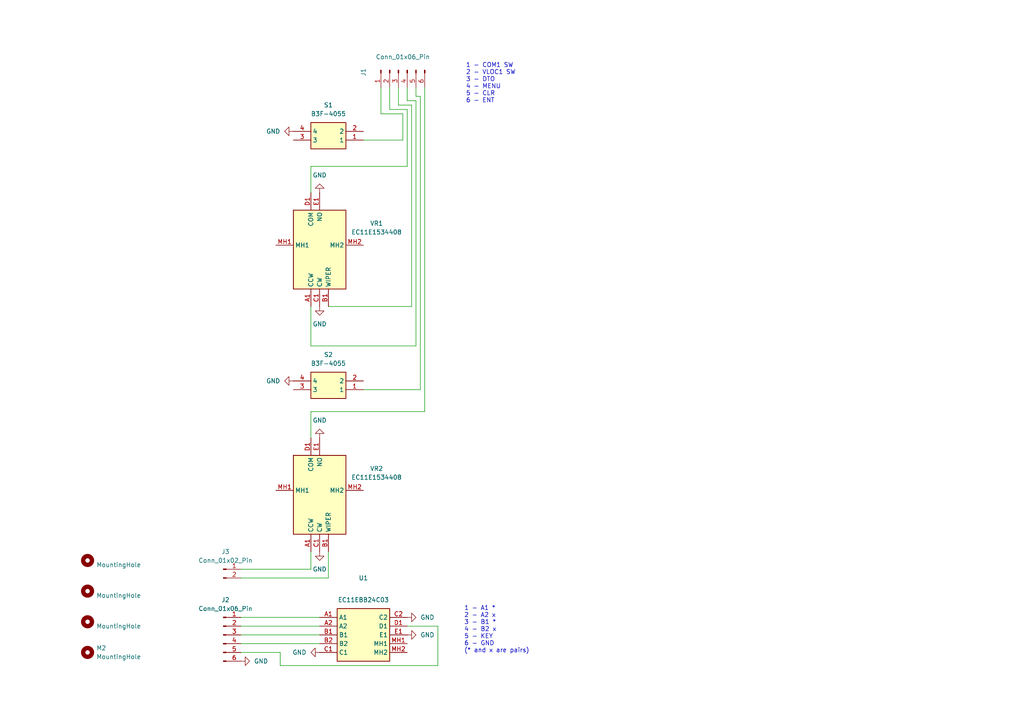
<source format=kicad_sch>
(kicad_sch (version 20231120) (generator "eeschema") (generator_version "8.0")
  (paper "A4")
  (title_block (title "GNS 530 LEFT PLATE"))
  (lib_symbols
    (symbol "Connector:Conn_01x02_Pin" (pin_names (offset 1.016) hide)
      (property "Reference" "J" (at 0 2.54 0))
      (property "Value" "Conn_01x02_Pin" (at 0 -5.08 0))
      (symbol "Conn_01x02_Pin_1_1"
        (polyline (pts (xy 1.27 -2.54) (xy 0.8636 -2.54)) (stroke (width 0.1524)))
        (polyline (pts (xy 1.27 0) (xy 0.8636 0)) (stroke (width 0.1524)))
        (rectangle (start 0.8636 -2.413) (end 0 -2.667) (stroke (width 0.1524)) (fill (type outline)))
        (rectangle (start 0.8636 0.127) (end 0 -0.127) (stroke (width 0.1524)) (fill (type outline)))
        (pin passive line (at 5.08 0 180) (length 3.81) (name "Pin_1") (number "1"))
        (pin passive line (at 5.08 -2.54 180) (length 3.81) (name "Pin_2") (number "2"))
      )
    )
    (symbol "Connector:Conn_01x06_Pin" (pin_names (offset 1.016) hide)
      (property "Reference" "J" (at 0 7.62 0))
      (property "Value" "Conn_01x06_Pin" (at 0 -10.16 0))
      (symbol "Conn_01x06_Pin_1_1"
        (polyline (pts (xy 1.27 -7.62) (xy 0.8636 -7.62)) (stroke (width 0.1524)))
        (polyline (pts (xy 1.27 -5.08) (xy 0.8636 -5.08)) (stroke (width 0.1524)))
        (polyline (pts (xy 1.27 -2.54) (xy 0.8636 -2.54)) (stroke (width 0.1524)))
        (polyline (pts (xy 1.27 0) (xy 0.8636 0)) (stroke (width 0.1524)))
        (polyline (pts (xy 1.27 2.54) (xy 0.8636 2.54)) (stroke (width 0.1524)))
        (polyline (pts (xy 1.27 5.08) (xy 0.8636 5.08)) (stroke (width 0.1524)))
        (rectangle (start 0.8636 -7.493) (end 0 -7.747) (stroke (width 0.1524)) (fill (type outline)))
        (rectangle (start 0.8636 -4.953) (end 0 -5.207) (stroke (width 0.1524)) (fill (type outline)))
        (rectangle (start 0.8636 -2.413) (end 0 -2.667) (stroke (width 0.1524)) (fill (type outline)))
        (rectangle (start 0.8636 0.127) (end 0 -0.127) (stroke (width 0.1524)) (fill (type outline)))
        (rectangle (start 0.8636 2.667) (end 0 2.413) (stroke (width 0.1524)) (fill (type outline)))
        (rectangle (start 0.8636 5.207) (end 0 4.953) (stroke (width 0.1524)) (fill (type outline)))
        (pin passive line (at 5.08 5.08 180) (length 3.81) (name "Pin_1") (number "1"))
        (pin passive line (at 5.08 2.54 180) (length 3.81) (name "Pin_2") (number "2"))
        (pin passive line (at 5.08 0 180) (length 3.81) (name "Pin_3") (number "3"))
        (pin passive line (at 5.08 -2.54 180) (length 3.81) (name "Pin_4") (number "4"))
        (pin passive line (at 5.08 -5.08 180) (length 3.81) (name "Pin_5") (number "5"))
        (pin passive line (at 5.08 -7.62 180) (length 3.81) (name "Pin_6") (number "6"))
      )
    )
    (symbol "Device:EC11E1534408"
      (property "Reference" "VR" (at 21.59 15.24 0))
      (property "Value" "EC11E1534408" (at 21.59 12.7 0))
      (symbol "EC11E1534408_1_1"
        (rectangle (start 5.08 10.16) (end 20.32 -12.7) (stroke (width 0.254)) (fill (type background)))
        (pin passive line (at 10.16 -17.78 90) (length 5.08) (name "CCW") (number "A1"))
        (pin passive line (at 15.24 -17.78 90) (length 5.08) (name "WIPER") (number "B1"))
        (pin passive line (at 12.7 -17.78 90) (length 5.08) (name "CW") (number "C1"))
        (pin passive line (at 10.16 15.24 270) (length 5.08) (name "COM") (number "D1"))
        (pin passive line (at 12.7 15.24 270) (length 5.08) (name "NO") (number "E1"))
        (pin passive line (at 0 0 0) (length 5.08) (name "MH1") (number "MH1"))
        (pin passive line (at 25.4 0 180) (length 5.08) (name "MH2") (number "MH2"))
      )
    )
    (symbol "Device:EC11EBB24C03"
      (property "Reference" "U" (at 21.59 7.62 0))
      (property "Value" "EC11EBB24C03" (at 21.59 5.08 0))
      (symbol "EC11EBB24C03_1_1"
        (rectangle (start 5.08 2.54) (end 20.32 -12.7) (stroke (width 0.254)) (fill (type background)))
        (pin passive line (at 0 0 0) (length 5.08) (name "A1") (number "A1"))
        (pin passive line (at 0 -2.54 0) (length 5.08) (name "A2") (number "A2"))
        (pin passive line (at 0 -5.08 0) (length 5.08) (name "B1") (number "B1"))
        (pin passive line (at 0 -7.62 0) (length 5.08) (name "B2") (number "B2"))
        (pin passive line (at 0 -10.16 0) (length 5.08) (name "C1") (number "C1"))
        (pin passive line (at 25.4 0 180) (length 5.08) (name "C2") (number "C2"))
        (pin passive line (at 25.4 -2.54 180) (length 5.08) (name "D1") (number "D1"))
        (pin passive line (at 25.4 -5.08 180) (length 5.08) (name "E1") (number "E1"))
        (pin passive line (at 25.4 -7.62 180) (length 5.08) (name "MH1") (number "MH1"))
        (pin passive line (at 25.4 -10.16 180) (length 5.08) (name "MH2") (number "MH2"))
      )
    )
    (symbol "Mechanical:MountingHole" (pin_names (offset 1.016)) (exclude_from_sim yes) (in_bom no)
      (property "Reference" "H" (at 0 5.08 0))
      (property "Value" "MountingHole" (at 0 3.175 0))
      (symbol "MountingHole_0_1"
        (circle (center 0 0) (radius 1.27) (stroke (width 1.27)))
      )
    )
    (symbol "Switch:B3F-4055_SWITCH"
      (property "Reference" "S" (at 16.51 7.62 0))
      (property "Value" "B3F-4055" (at 16.51 5.08 0))
      (symbol "B3F-4055_SWITCH_1_1"
        (rectangle (start 5.08 2.54) (end 15.24 -5.08) (stroke (width 0.254)) (fill (type background)))
        (pin passive line (at 20.32 -2.54 180) (length 5.08) (name "1") (number "1"))
        (pin passive line (at 20.32 0 180) (length 5.08) (name "2") (number "2"))
        (pin passive line (at 0 -2.54 0) (length 5.08) (name "3") (number "3"))
        (pin passive line (at 0 0 0) (length 5.08) (name "4") (number "4"))
      )
    )
    (symbol "power:GND" (power) (pin_numbers hide) (pin_names (offset 0) hide)
      (property "Value" "GND" (at 0 -3.81 0))
      (symbol "GND_0_1"
        (polyline (pts (xy 0 0) (xy 0 -1.27) (xy 1.27 -1.27) (xy 0 -2.54) (xy -1.27 -1.27) (xy 0 -1.27)))
      )
      (symbol "GND_1_1"
        (pin power_in line (at 0 0 270) (length 0) (name "~") (number "1"))
      )
    )
  )
  (wire (pts (xy 121.92 27.94) (xy 121.92 113.03)))
  (wire (pts (xy 120.65 29.21) (xy 118.11 29.21)))
  (wire (pts (xy 116.84 40.64) (xy 116.84 33.02)))
  (wire (pts (xy 120.65 25.4) (xy 120.65 27.94)))
  (wire (pts (xy 115.57 25.4) (xy 115.57 30.48)))
  (wire (pts (xy 119.38 30.48) (xy 119.38 88.9)))
  (wire (pts (xy 90.17 165.1) (xy 90.17 160.02)))
  (wire (pts (xy 116.84 33.02) (xy 110.49 33.02)))
  (wire (pts (xy 105.41 40.64) (xy 116.84 40.64)))
  (wire (pts (xy 69.85 186.69) (xy 92.71 186.69)))
  (wire (pts (xy 90.17 165.1) (xy 69.85 165.1)))
  (wire (pts (xy 113.03 25.4) (xy 113.03 31.75)))
  (wire (pts (xy 69.85 179.07) (xy 92.71 179.07)))
  (wire (pts (xy 90.17 88.9) (xy 90.17 100.33)))
  (wire (pts (xy 123.19 25.4) (xy 123.19 119.38)))
  (wire (pts (xy 118.11 25.4) (xy 118.11 29.21)))
  (wire (pts (xy 90.17 48.26) (xy 118.11 48.26)))
  (wire (pts (xy 90.17 119.38) (xy 90.17 127)))
  (wire (pts (xy 95.25 160.02) (xy 95.25 167.64)))
  (wire (pts (xy 90.17 48.26) (xy 90.17 55.88)))
  (wire (pts (xy 90.17 100.33) (xy 120.65 100.33)))
  (wire (pts (xy 127 181.61) (xy 127 193.04)))
  (wire (pts (xy 69.85 184.15) (xy 92.71 184.15)))
  (wire (pts (xy 118.11 181.61) (xy 127 181.61)))
  (wire (pts (xy 69.85 189.23) (xy 81.28 189.23)))
  (wire (pts (xy 120.65 29.21) (xy 120.65 100.33)))
  (wire (pts (xy 119.38 30.48) (xy 115.57 30.48)))
  (wire (pts (xy 118.11 31.75) (xy 113.03 31.75)))
  (wire (pts (xy 90.17 119.38) (xy 123.19 119.38)))
  (wire (pts (xy 127 193.04) (xy 81.28 193.04)))
  (wire (pts (xy 69.85 181.61) (xy 92.71 181.61)))
  (wire (pts (xy 105.41 113.03) (xy 121.92 113.03)))
  (wire (pts (xy 81.28 193.04) (xy 81.28 189.23)))
  (wire (pts (xy 118.11 31.75) (xy 118.11 48.26)))
  (wire (pts (xy 121.92 27.94) (xy 120.65 27.94)))
  (wire (pts (xy 119.38 88.9) (xy 95.25 88.9)))
  (wire (pts (xy 110.49 25.4) (xy 110.49 33.02)))
  (wire (pts (xy 69.85 167.64) (xy 95.25 167.64)))
  (text "1 - A1 *\n2 - A2 x\n3 - B1 *\n4 - B2 x\n5 - KEY\n6 - GND\n(* and x are pairs)" (at 134.62 182.626 0) (effects (font (size 1.27 1.27)) (justify left)))
  (text "1 - COM1 SW\n2 - VLOC1 SW\n3 - DTO\n4 - MENU\n5 - CLR\n6 - ENT" (at 135.128 24.13 0) (effects (font (size 1.27 1.27)) (justify left)))
  (symbol (lib_id "power:GND") (at 69.85 191.77 90) (unit 1)
    (property "Reference" "#PWR03" (effects (hide yes)))
    (property "Value" "GND" (at 73.66 191.7699 90) (effects (justify right)))
    (property "Description" "Power symbol creates a global label with name \"GND\" , ground" (effects (hide yes)))
  )
  (symbol (lib_id "power:GND") (at 92.71 55.88 180) (unit 1)
    (property "Reference" "#PWR05" (effects (hide yes)))
    (property "Value" "GND" (at 92.71 50.8 0))
    (property "Description" "Power symbol creates a global label with name \"GND\" , ground" (effects (hide yes)))
  )
  (symbol (lib_id "power:GND") (at 92.71 88.9 0) (unit 1)
    (property "Reference" "#PWR07" (effects (hide yes)))
    (property "Value" "GND" (at 92.71 93.98 0))
    (property "Description" "Power symbol creates a global label with name \"GND\" , ground" (effects (hide yes)))
  )
  (symbol (lib_id "Mechanical:MountingHole") (at 25.4 180.34 0) (unit 1) (exclude_from_sim yes) (in_bom no)
    (property "Reference" "H2" (effects (hide yes)))
    (property "Value" "MountingHole" (at 27.94 181.6099 0) (effects (justify left)))
    (property "Footprint" "MountingHole:MountingHole_2.2mm_M2" (effects (hide yes)))
    (property "Description" "Mounting Hole without connection" (effects (hide yes)))
  )
  (symbol (lib_id "Connector:Conn_01x02_Pin") (at 64.77 165.1 0) (unit 1)
    (property "Reference" "J3" (at 65.405 160.02 0))
    (property "Value" "Conn_01x02_Pin" (at 65.405 162.56 0))
    (property "Footprint" "Connector_PinHeader_2.00mm:PinHeader_1x02_P2.00mm_Vertical" (effects (hide yes)))
    (property "Description" "Generic connector, single row, 01x02, script generated" (effects (hide yes)))
  )
  (symbol (lib_id "power:GND") (at 92.71 127 180) (unit 1)
    (property "Reference" "#PWR06" (effects (hide yes)))
    (property "Value" "GND" (at 92.71 121.92 0))
    (property "Description" "Power symbol creates a global label with name \"GND\" , ground" (effects (hide yes)))
  )
  (symbol (lib_id "Mechanical:MountingHole") (at 25.4 171.45 0) (unit 1) (exclude_from_sim yes) (in_bom no)
    (property "Reference" "H3" (effects (hide yes)))
    (property "Value" "MountingHole" (at 27.94 172.7199 0) (effects (justify left)))
    (property "Footprint" "MountingHole:MountingHole_2.2mm_M2" (effects (hide yes)))
    (property "Description" "Mounting Hole without connection" (effects (hide yes)))
  )
  (symbol (lib_id "power:GND") (at 92.71 189.23 270) (unit 1)
    (property "Reference" "#PWR02" (effects (hide yes)))
    (property "Value" "GND" (at 88.9 189.2299 90) (effects (justify right)))
    (property "Description" "Power symbol creates a global label with name \"GND\" , ground" (effects (hide yes)))
  )
  (symbol (lib_id "Device:EC11E1534408") (at 80.01 142.24 0) (unit 1)
    (property "Reference" "VR2" (at 109.22 135.9214 0))
    (property "Value" "EC11E1534408" (at 109.22 138.4614 0))
    (property "Footprint" "EC11E1534408" (effects (hide yes)))
    (property "Datasheet" "https://datasheet.lcsc.com/szlcsc/ALPS-Electric-EC11E1534408_C278348.pdf" (effects (hide yes)))
    (property "Description" "Mechanical Encoder Rotary Incremental Flat 0.007N.m Straight Quadrature Digital Square Wave 15PPR Through Hole PC Pin Automotive" (effects (hide yes)))
    (property "Height" "24.5" (effects (hide yes)))
    (property "Manufacturer_Name" "ALPS Electric" (effects (hide yes)))
    (property "Manufacturer_Part_Number" "EC11E1534408" (effects (hide yes)))
    (property "Mouser Part Number" "688-EC11E1534408" (effects (hide yes)))
    (property "Mouser Price/Stock" "https://www.mouser.co.uk/ProductDetail/Alps-Alpine/EC11E1534408?qs=PoKhxlfUXjJk5yy1jIb28A%3D%3D" (effects (hide yes)))
  )
  (symbol (lib_id "Connector:Conn_01x06_Pin") (at 64.77 184.15 0) (unit 1)
    (property "Reference" "J2" (at 65.405 173.99 0))
    (property "Value" "Conn_01x06_Pin" (at 65.405 176.53 0))
    (property "Footprint" "Connector_PinSocket_2.00mm:PinSocket_1x06_P2.00mm_Vertical" (effects (hide yes)))
    (property "Description" "Generic connector, single row, 01x06, script generated" (effects (hide yes)))
  )
  (symbol (lib_id "power:GND") (at 85.09 110.49 270) (unit 1)
    (property "Reference" "#PWR09" (effects (hide yes)))
    (property "Value" "GND" (at 81.28 110.4899 90) (effects (justify right)))
    (property "Description" "Power symbol creates a global label with name \"GND\" , ground" (effects (hide yes)))
  )
  (symbol (lib_id "Mechanical:MountingHole") (at 25.4 189.23 0) (unit 1) (exclude_from_sim yes) (in_bom no)
    (property "Reference" "M2" (at 27.94 187.9599 0) (effects (justify left)))
    (property "Value" "MountingHole" (at 27.94 190.4999 0) (effects (justify left)))
    (property "Footprint" "MountingHole:MountingHole_2.2mm_M2" (effects (hide yes)))
    (property "Description" "Mounting Hole without connection" (effects (hide yes)))
  )
  (symbol (lib_id "Switch:B3F-4055_SWITCH") (at 85.09 38.1 0) (unit 1)
    (property "Reference" "S1" (at 95.25 30.48 0))
    (property "Value" "B3F-4055" (at 95.25 33.02 0))
    (property "Footprint" "Library:Omron-B3F-4055-switch" (effects (hide yes)))
    (property "Datasheet" "https://www.omron.com/ecb/products/pdf/en-b3f.pdf" (effects (hide yes)))
    (property "Description" "Yellow Plunger Tactile Switch, SPST-NO 0.05 A@ 24 V dc 3mm" (effects (hide yes)))
    (property "Manufacturer_Name" "Omron Electronics" (effects (hide yes)))
    (property "Manufacturer_Part_Number" "B3F-4055" (effects (hide yes)))
    (property "Mouser Part Number" "653-B3F-4055" (effects (hide yes)))
    (property "Mouser Price/Stock" "https://www.mouser.co.uk/ProductDetail/Omron-Electronics/B3F-4055?qs=B3tblJ0Nlt%2FdFVcSHGFuxQ%3D%3D" (effects (hide yes)))
    (property "Arrow Part Number" "B3F-4055" (effects (hide yes)))
    (property "Arrow Price/Stock" "https://www.arrow.com/en/products/b3f4055/omron" (effects (hide yes)))
  )
  (symbol (lib_id "power:GND") (at 118.11 179.07 90) (unit 1)
    (property "Reference" "#PWR01" (effects (hide yes)))
    (property "Value" "GND" (at 121.92 179.0699 90) (effects (justify right)))
    (property "Description" "Power symbol creates a global label with name \"GND\" , ground" (effects (hide yes)))
  )
  (symbol (lib_id "Connector:Conn_01x06_Pin") (at 115.57 20.32 90) (mirror x) (unit 1)
    (property "Reference" "J1" (at 105.41 20.955 0))
    (property "Value" "Conn_01x06_Pin" (at 116.84 16.51 90))
    (property "Footprint" "Connector_PinSocket_2.00mm:PinSocket_1x06_P2.00mm_Vertical" (effects (hide yes)))
    (property "Description" "Generic connector, single row, 01x06, script generated" (effects (hide yes)))
  )
  (symbol (lib_id "power:GND") (at 118.11 184.15 90) (unit 1)
    (property "Reference" "#PWR04" (effects (hide yes)))
    (property "Value" "GND" (at 121.92 184.1499 90) (effects (justify right)))
    (property "Description" "Power symbol creates a global label with name \"GND\" , ground" (effects (hide yes)))
  )
  (symbol (lib_id "power:GND") (at 85.09 38.1 270) (unit 1)
    (property "Reference" "#PWR010" (effects (hide yes)))
    (property "Value" "GND" (at 81.28 38.0999 90) (effects (justify right)))
    (property "Description" "Power symbol creates a global label with name \"GND\" , ground" (effects (hide yes)))
  )
  (symbol (lib_id "Switch:B3F-4055_SWITCH") (at 85.09 110.49 0) (unit 1)
    (property "Reference" "S2" (at 95.25 102.87 0))
    (property "Value" "B3F-4055" (at 95.25 105.41 0))
    (property "Footprint" "Library:Omron-B3F-4055-switch" (effects (hide yes)))
    (property "Datasheet" "https://www.omron.com/ecb/products/pdf/en-b3f.pdf" (effects (hide yes)))
    (property "Description" "Yellow Plunger Tactile Switch, SPST-NO 0.05 A@ 24 V dc 3mm" (effects (hide yes)))
    (property "Manufacturer_Name" "Omron Electronics" (effects (hide yes)))
    (property "Manufacturer_Part_Number" "B3F-4055" (effects (hide yes)))
    (property "Mouser Part Number" "653-B3F-4055" (effects (hide yes)))
    (property "Mouser Price/Stock" "https://www.mouser.co.uk/ProductDetail/Omron-Electronics/B3F-4055?qs=B3tblJ0Nlt%2FdFVcSHGFuxQ%3D%3D" (effects (hide yes)))
    (property "Arrow Part Number" "B3F-4055" (effects (hide yes)))
    (property "Arrow Price/Stock" "https://www.arrow.com/en/products/b3f4055/omron" (effects (hide yes)))
  )
  (symbol (lib_id "Device:EC11E1534408") (at 80.01 71.12 0) (unit 1)
    (property "Reference" "VR1" (at 109.22 64.8014 0))
    (property "Value" "EC11E1534408" (at 109.22 67.3414 0))
    (property "Footprint" "EC11E1534408" (effects (hide yes)))
    (property "Datasheet" "https://datasheet.lcsc.com/szlcsc/ALPS-Electric-EC11E1534408_C278348.pdf" (effects (hide yes)))
    (property "Description" "Mechanical Encoder Rotary Incremental Flat 0.007N.m Straight Quadrature Digital Square Wave 15PPR Through Hole PC Pin Automotive" (effects (hide yes)))
    (property "Height" "24.5" (effects (hide yes)))
    (property "Manufacturer_Name" "ALPS Electric" (effects (hide yes)))
    (property "Manufacturer_Part_Number" "EC11E1534408" (effects (hide yes)))
    (property "Mouser Part Number" "688-EC11E1534408" (effects (hide yes)))
    (property "Mouser Price/Stock" "https://www.mouser.co.uk/ProductDetail/Alps-Alpine/EC11E1534408?qs=PoKhxlfUXjJk5yy1jIb28A%3D%3D" (effects (hide yes)))
  )
  (symbol (lib_id "Device:EC11EBB24C03") (at 92.71 179.07 0) (unit 1)
    (property "Reference" "U1" (at 105.41 167.64 0))
    (property "Value" "EC11EBB24C03" (at 105.41 173.99 0))
    (property "Footprint" "EC11EBB24C03" (effects (hide yes)))
    (property "Datasheet" "https://componentsearchengine.com/Datasheets/2/EC11EBB24C03.pdf" (effects (hide yes)))
    (property "Description" "Alps 15 Pulse Incremental Mechanical Rotary Encoder with a 3.5 (Inner Shaft) mm, 6 (Outer Shaft) mm" (effects (hide yes)))
    (property "Height" "33" (effects (hide yes)))
    (property "Manufacturer_Name" "ALPS Electric" (effects (hide yes)))
    (property "Manufacturer_Part_Number" "EC11EBB24C03" (effects (hide yes)))
    (property "Mouser Part Number" "688-EC11EBB24C03" (effects (hide yes)))
    (property "Mouser Price/Stock" "https://www.mouser.co.uk/ProductDetail/Alps-Alpine/EC11EBB24C03?qs=m0BA540hBPc5hAJ6UyzIrA%3D%3D" (effects (hide yes)))
  )
  (symbol (lib_id "Mechanical:MountingHole") (at 25.4 162.56 0) (unit 1) (exclude_from_sim yes) (in_bom no)
    (property "Reference" "H4" (effects (hide yes)))
    (property "Value" "MountingHole" (at 27.94 163.8299 0) (effects (justify left)))
    (property "Footprint" "MountingHole:MountingHole_2.2mm_M2" (effects (hide yes)))
    (property "Description" "Mounting Hole without connection" (effects (hide yes)))
  )
  (symbol (lib_id "power:GND") (at 92.71 160.02 0) (unit 1)
    (property "Reference" "#PWR08" (effects (hide yes)))
    (property "Value" "GND" (at 92.71 165.1 0))
    (property "Description" "Power symbol creates a global label with name \"GND\" , ground" (effects (hide yes)))
  )
)
</source>
